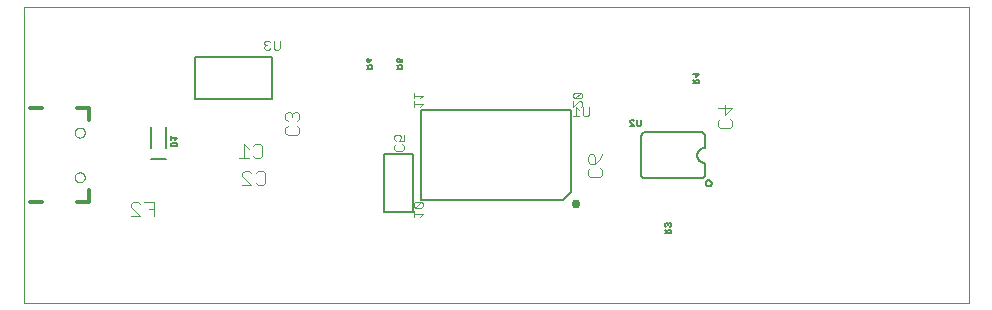
<source format=gbo>
G75*
%MOIN*%
%OFA0B0*%
%FSLAX25Y25*%
%IPPOS*%
%LPD*%
%AMOC8*
5,1,8,0,0,1.08239X$1,22.5*
%
%ADD10C,0.00000*%
%ADD11C,0.00500*%
%ADD12C,0.00800*%
%ADD13C,0.00400*%
%ADD14C,0.00600*%
%ADD15C,0.03000*%
%ADD16C,0.00300*%
%ADD17C,0.01200*%
D10*
X0011346Y0001000D02*
X0011346Y0099425D01*
X0326307Y0099425D01*
X0326307Y0001000D01*
X0011346Y0001000D01*
X0028335Y0042732D02*
X0028337Y0042813D01*
X0028343Y0042895D01*
X0028353Y0042976D01*
X0028367Y0043056D01*
X0028384Y0043135D01*
X0028406Y0043214D01*
X0028431Y0043291D01*
X0028460Y0043368D01*
X0028493Y0043442D01*
X0028530Y0043515D01*
X0028569Y0043586D01*
X0028613Y0043655D01*
X0028659Y0043722D01*
X0028709Y0043786D01*
X0028762Y0043848D01*
X0028818Y0043908D01*
X0028876Y0043964D01*
X0028938Y0044018D01*
X0029002Y0044069D01*
X0029068Y0044116D01*
X0029136Y0044160D01*
X0029207Y0044201D01*
X0029279Y0044238D01*
X0029354Y0044272D01*
X0029429Y0044302D01*
X0029507Y0044328D01*
X0029585Y0044351D01*
X0029664Y0044369D01*
X0029744Y0044384D01*
X0029825Y0044395D01*
X0029906Y0044402D01*
X0029988Y0044405D01*
X0030069Y0044404D01*
X0030150Y0044399D01*
X0030231Y0044390D01*
X0030312Y0044377D01*
X0030392Y0044360D01*
X0030470Y0044340D01*
X0030548Y0044315D01*
X0030625Y0044287D01*
X0030700Y0044255D01*
X0030773Y0044220D01*
X0030844Y0044181D01*
X0030914Y0044138D01*
X0030981Y0044093D01*
X0031047Y0044044D01*
X0031109Y0043992D01*
X0031169Y0043936D01*
X0031226Y0043878D01*
X0031281Y0043818D01*
X0031332Y0043754D01*
X0031380Y0043689D01*
X0031425Y0043621D01*
X0031467Y0043551D01*
X0031505Y0043479D01*
X0031540Y0043405D01*
X0031571Y0043330D01*
X0031598Y0043253D01*
X0031621Y0043175D01*
X0031641Y0043096D01*
X0031657Y0043016D01*
X0031669Y0042935D01*
X0031677Y0042854D01*
X0031681Y0042773D01*
X0031681Y0042691D01*
X0031677Y0042610D01*
X0031669Y0042529D01*
X0031657Y0042448D01*
X0031641Y0042368D01*
X0031621Y0042289D01*
X0031598Y0042211D01*
X0031571Y0042134D01*
X0031540Y0042059D01*
X0031505Y0041985D01*
X0031467Y0041913D01*
X0031425Y0041843D01*
X0031380Y0041775D01*
X0031332Y0041710D01*
X0031281Y0041646D01*
X0031226Y0041586D01*
X0031169Y0041528D01*
X0031109Y0041472D01*
X0031047Y0041420D01*
X0030981Y0041371D01*
X0030914Y0041326D01*
X0030845Y0041283D01*
X0030773Y0041244D01*
X0030700Y0041209D01*
X0030625Y0041177D01*
X0030548Y0041149D01*
X0030470Y0041124D01*
X0030392Y0041104D01*
X0030312Y0041087D01*
X0030231Y0041074D01*
X0030150Y0041065D01*
X0030069Y0041060D01*
X0029988Y0041059D01*
X0029906Y0041062D01*
X0029825Y0041069D01*
X0029744Y0041080D01*
X0029664Y0041095D01*
X0029585Y0041113D01*
X0029507Y0041136D01*
X0029429Y0041162D01*
X0029354Y0041192D01*
X0029279Y0041226D01*
X0029207Y0041263D01*
X0029136Y0041304D01*
X0029068Y0041348D01*
X0029002Y0041395D01*
X0028938Y0041446D01*
X0028876Y0041500D01*
X0028818Y0041556D01*
X0028762Y0041616D01*
X0028709Y0041678D01*
X0028659Y0041742D01*
X0028613Y0041809D01*
X0028569Y0041878D01*
X0028530Y0041949D01*
X0028493Y0042022D01*
X0028460Y0042096D01*
X0028431Y0042173D01*
X0028406Y0042250D01*
X0028384Y0042329D01*
X0028367Y0042408D01*
X0028353Y0042488D01*
X0028343Y0042569D01*
X0028337Y0042651D01*
X0028335Y0042732D01*
X0028335Y0057693D02*
X0028337Y0057774D01*
X0028343Y0057856D01*
X0028353Y0057937D01*
X0028367Y0058017D01*
X0028384Y0058096D01*
X0028406Y0058175D01*
X0028431Y0058252D01*
X0028460Y0058329D01*
X0028493Y0058403D01*
X0028530Y0058476D01*
X0028569Y0058547D01*
X0028613Y0058616D01*
X0028659Y0058683D01*
X0028709Y0058747D01*
X0028762Y0058809D01*
X0028818Y0058869D01*
X0028876Y0058925D01*
X0028938Y0058979D01*
X0029002Y0059030D01*
X0029068Y0059077D01*
X0029136Y0059121D01*
X0029207Y0059162D01*
X0029279Y0059199D01*
X0029354Y0059233D01*
X0029429Y0059263D01*
X0029507Y0059289D01*
X0029585Y0059312D01*
X0029664Y0059330D01*
X0029744Y0059345D01*
X0029825Y0059356D01*
X0029906Y0059363D01*
X0029988Y0059366D01*
X0030069Y0059365D01*
X0030150Y0059360D01*
X0030231Y0059351D01*
X0030312Y0059338D01*
X0030392Y0059321D01*
X0030470Y0059301D01*
X0030548Y0059276D01*
X0030625Y0059248D01*
X0030700Y0059216D01*
X0030773Y0059181D01*
X0030844Y0059142D01*
X0030914Y0059099D01*
X0030981Y0059054D01*
X0031047Y0059005D01*
X0031109Y0058953D01*
X0031169Y0058897D01*
X0031226Y0058839D01*
X0031281Y0058779D01*
X0031332Y0058715D01*
X0031380Y0058650D01*
X0031425Y0058582D01*
X0031467Y0058512D01*
X0031505Y0058440D01*
X0031540Y0058366D01*
X0031571Y0058291D01*
X0031598Y0058214D01*
X0031621Y0058136D01*
X0031641Y0058057D01*
X0031657Y0057977D01*
X0031669Y0057896D01*
X0031677Y0057815D01*
X0031681Y0057734D01*
X0031681Y0057652D01*
X0031677Y0057571D01*
X0031669Y0057490D01*
X0031657Y0057409D01*
X0031641Y0057329D01*
X0031621Y0057250D01*
X0031598Y0057172D01*
X0031571Y0057095D01*
X0031540Y0057020D01*
X0031505Y0056946D01*
X0031467Y0056874D01*
X0031425Y0056804D01*
X0031380Y0056736D01*
X0031332Y0056671D01*
X0031281Y0056607D01*
X0031226Y0056547D01*
X0031169Y0056489D01*
X0031109Y0056433D01*
X0031047Y0056381D01*
X0030981Y0056332D01*
X0030914Y0056287D01*
X0030845Y0056244D01*
X0030773Y0056205D01*
X0030700Y0056170D01*
X0030625Y0056138D01*
X0030548Y0056110D01*
X0030470Y0056085D01*
X0030392Y0056065D01*
X0030312Y0056048D01*
X0030231Y0056035D01*
X0030150Y0056026D01*
X0030069Y0056021D01*
X0029988Y0056020D01*
X0029906Y0056023D01*
X0029825Y0056030D01*
X0029744Y0056041D01*
X0029664Y0056056D01*
X0029585Y0056074D01*
X0029507Y0056097D01*
X0029429Y0056123D01*
X0029354Y0056153D01*
X0029279Y0056187D01*
X0029207Y0056224D01*
X0029136Y0056265D01*
X0029068Y0056309D01*
X0029002Y0056356D01*
X0028938Y0056407D01*
X0028876Y0056461D01*
X0028818Y0056517D01*
X0028762Y0056577D01*
X0028709Y0056639D01*
X0028659Y0056703D01*
X0028613Y0056770D01*
X0028569Y0056839D01*
X0028530Y0056910D01*
X0028493Y0056983D01*
X0028460Y0057057D01*
X0028431Y0057134D01*
X0028406Y0057211D01*
X0028384Y0057290D01*
X0028367Y0057369D01*
X0028353Y0057449D01*
X0028343Y0057530D01*
X0028337Y0057612D01*
X0028335Y0057693D01*
D11*
X0060581Y0056533D02*
X0060581Y0055266D01*
X0060581Y0055900D02*
X0062482Y0055900D01*
X0061848Y0055266D01*
X0062165Y0054324D02*
X0062482Y0054007D01*
X0062482Y0053056D01*
X0060581Y0053056D01*
X0060581Y0054007D01*
X0060898Y0054324D01*
X0062165Y0054324D01*
X0131546Y0050700D02*
X0141146Y0050700D01*
X0141146Y0031300D01*
X0131546Y0031300D01*
X0131546Y0050700D01*
X0213569Y0060010D02*
X0214837Y0060010D01*
X0213569Y0061278D01*
X0213569Y0061595D01*
X0213886Y0061911D01*
X0214520Y0061911D01*
X0214837Y0061595D01*
X0215779Y0061911D02*
X0215779Y0060327D01*
X0216096Y0060010D01*
X0216730Y0060010D01*
X0217046Y0060327D01*
X0217046Y0061911D01*
X0234596Y0074040D02*
X0236498Y0074040D01*
X0236498Y0074991D01*
X0236181Y0075308D01*
X0235547Y0075308D01*
X0235230Y0074991D01*
X0235230Y0074040D01*
X0235230Y0074674D02*
X0234596Y0075308D01*
X0235547Y0076250D02*
X0235547Y0077518D01*
X0234596Y0077201D02*
X0236498Y0077201D01*
X0235547Y0076250D01*
X0137561Y0078883D02*
X0137561Y0079833D01*
X0137244Y0080150D01*
X0136610Y0080150D01*
X0136293Y0079833D01*
X0136293Y0078883D01*
X0136293Y0079517D02*
X0135659Y0080150D01*
X0135976Y0081093D02*
X0135659Y0081409D01*
X0135659Y0082043D01*
X0135976Y0082360D01*
X0136610Y0082360D01*
X0136927Y0082043D01*
X0136927Y0081726D01*
X0136610Y0081093D01*
X0137561Y0081093D01*
X0137561Y0082360D01*
X0137561Y0078883D02*
X0135659Y0078883D01*
X0127561Y0078883D02*
X0127561Y0079833D01*
X0127244Y0080150D01*
X0126610Y0080150D01*
X0126293Y0079833D01*
X0126293Y0078883D01*
X0126293Y0079517D02*
X0125659Y0080150D01*
X0125976Y0081093D02*
X0125659Y0081409D01*
X0125659Y0082043D01*
X0125976Y0082360D01*
X0126293Y0082360D01*
X0126610Y0082043D01*
X0126610Y0081093D01*
X0125976Y0081093D01*
X0126610Y0081093D02*
X0127244Y0081726D01*
X0127561Y0082360D01*
X0127561Y0078883D02*
X0125659Y0078883D01*
X0225212Y0027201D02*
X0225212Y0026567D01*
X0225529Y0026250D01*
X0226163Y0026884D02*
X0226163Y0027201D01*
X0225846Y0027518D01*
X0225529Y0027518D01*
X0225212Y0027201D01*
X0226163Y0027201D02*
X0226480Y0027518D01*
X0226797Y0027518D01*
X0227114Y0027201D01*
X0227114Y0026567D01*
X0226797Y0026250D01*
X0226797Y0025308D02*
X0226163Y0025308D01*
X0225846Y0024991D01*
X0225846Y0024040D01*
X0225212Y0024040D02*
X0227114Y0024040D01*
X0227114Y0024991D01*
X0226797Y0025308D01*
X0225846Y0024674D02*
X0225212Y0025308D01*
D12*
X0238757Y0040838D02*
X0238759Y0040901D01*
X0238765Y0040963D01*
X0238775Y0041025D01*
X0238788Y0041087D01*
X0238806Y0041147D01*
X0238827Y0041206D01*
X0238852Y0041264D01*
X0238881Y0041320D01*
X0238913Y0041374D01*
X0238948Y0041426D01*
X0238986Y0041475D01*
X0239028Y0041523D01*
X0239072Y0041567D01*
X0239120Y0041609D01*
X0239169Y0041647D01*
X0239221Y0041682D01*
X0239275Y0041714D01*
X0239331Y0041743D01*
X0239389Y0041768D01*
X0239448Y0041789D01*
X0239508Y0041807D01*
X0239570Y0041820D01*
X0239632Y0041830D01*
X0239694Y0041836D01*
X0239757Y0041838D01*
X0239820Y0041836D01*
X0239882Y0041830D01*
X0239944Y0041820D01*
X0240006Y0041807D01*
X0240066Y0041789D01*
X0240125Y0041768D01*
X0240183Y0041743D01*
X0240239Y0041714D01*
X0240293Y0041682D01*
X0240345Y0041647D01*
X0240394Y0041609D01*
X0240442Y0041567D01*
X0240486Y0041523D01*
X0240528Y0041475D01*
X0240566Y0041426D01*
X0240601Y0041374D01*
X0240633Y0041320D01*
X0240662Y0041264D01*
X0240687Y0041206D01*
X0240708Y0041147D01*
X0240726Y0041087D01*
X0240739Y0041025D01*
X0240749Y0040963D01*
X0240755Y0040901D01*
X0240757Y0040838D01*
X0240755Y0040775D01*
X0240749Y0040713D01*
X0240739Y0040651D01*
X0240726Y0040589D01*
X0240708Y0040529D01*
X0240687Y0040470D01*
X0240662Y0040412D01*
X0240633Y0040356D01*
X0240601Y0040302D01*
X0240566Y0040250D01*
X0240528Y0040201D01*
X0240486Y0040153D01*
X0240442Y0040109D01*
X0240394Y0040067D01*
X0240345Y0040029D01*
X0240293Y0039994D01*
X0240239Y0039962D01*
X0240183Y0039933D01*
X0240125Y0039908D01*
X0240066Y0039887D01*
X0240006Y0039869D01*
X0239944Y0039856D01*
X0239882Y0039846D01*
X0239820Y0039840D01*
X0239757Y0039838D01*
X0239694Y0039840D01*
X0239632Y0039846D01*
X0239570Y0039856D01*
X0239508Y0039869D01*
X0239448Y0039887D01*
X0239389Y0039908D01*
X0239331Y0039933D01*
X0239275Y0039962D01*
X0239221Y0039994D01*
X0239169Y0040029D01*
X0239120Y0040067D01*
X0239072Y0040109D01*
X0239028Y0040153D01*
X0238986Y0040201D01*
X0238948Y0040250D01*
X0238913Y0040302D01*
X0238881Y0040356D01*
X0238852Y0040412D01*
X0238827Y0040470D01*
X0238806Y0040529D01*
X0238788Y0040589D01*
X0238775Y0040651D01*
X0238765Y0040713D01*
X0238759Y0040775D01*
X0238757Y0040838D01*
X0237082Y0042550D02*
X0218288Y0042550D01*
X0218218Y0042562D01*
X0218148Y0042579D01*
X0218080Y0042599D01*
X0218013Y0042623D01*
X0217947Y0042650D01*
X0217882Y0042681D01*
X0217820Y0042715D01*
X0217759Y0042753D01*
X0217701Y0042794D01*
X0217644Y0042838D01*
X0217591Y0042885D01*
X0217540Y0042935D01*
X0217491Y0042987D01*
X0217446Y0043042D01*
X0217403Y0043100D01*
X0217364Y0043159D01*
X0217328Y0043221D01*
X0217296Y0043285D01*
X0217267Y0043350D01*
X0217241Y0043416D01*
X0217220Y0043484D01*
X0217201Y0043554D01*
X0217187Y0043623D01*
X0217177Y0043694D01*
X0217170Y0043765D01*
X0217167Y0043836D01*
X0217168Y0043908D01*
X0217173Y0043979D01*
X0217182Y0044050D01*
X0217182Y0056375D01*
X0217181Y0056376D02*
X0217183Y0056452D01*
X0217189Y0056527D01*
X0217198Y0056603D01*
X0217212Y0056678D01*
X0217229Y0056752D01*
X0217250Y0056825D01*
X0217274Y0056897D01*
X0217302Y0056967D01*
X0217334Y0057036D01*
X0217369Y0057104D01*
X0217408Y0057169D01*
X0217450Y0057233D01*
X0217495Y0057294D01*
X0217543Y0057353D01*
X0217594Y0057409D01*
X0217648Y0057463D01*
X0217704Y0057514D01*
X0217763Y0057562D01*
X0217824Y0057607D01*
X0217888Y0057649D01*
X0217953Y0057688D01*
X0218021Y0057723D01*
X0218090Y0057755D01*
X0218160Y0057783D01*
X0218232Y0057807D01*
X0218305Y0057828D01*
X0218379Y0057845D01*
X0218454Y0057859D01*
X0218530Y0057868D01*
X0218605Y0057874D01*
X0218681Y0057876D01*
X0218682Y0057875D02*
X0237082Y0057875D01*
X0237081Y0057876D02*
X0237162Y0057864D01*
X0237242Y0057849D01*
X0237321Y0057830D01*
X0237399Y0057808D01*
X0237476Y0057781D01*
X0237552Y0057752D01*
X0237626Y0057718D01*
X0237698Y0057681D01*
X0237769Y0057641D01*
X0237837Y0057597D01*
X0237904Y0057550D01*
X0237968Y0057500D01*
X0238029Y0057447D01*
X0238088Y0057391D01*
X0238145Y0057332D01*
X0238198Y0057271D01*
X0238249Y0057207D01*
X0238296Y0057141D01*
X0238340Y0057073D01*
X0238381Y0057003D01*
X0238419Y0056931D01*
X0238453Y0056857D01*
X0238483Y0056781D01*
X0238510Y0056705D01*
X0238533Y0056627D01*
X0238553Y0056548D01*
X0238568Y0056468D01*
X0238580Y0056387D01*
X0238588Y0056307D01*
X0238592Y0056225D01*
X0238593Y0056144D01*
X0238589Y0056063D01*
X0238582Y0055982D01*
X0238582Y0055931D02*
X0238582Y0052613D01*
X0238382Y0052613D02*
X0238284Y0052611D01*
X0238186Y0052605D01*
X0238088Y0052596D01*
X0237991Y0052582D01*
X0237894Y0052565D01*
X0237798Y0052544D01*
X0237703Y0052519D01*
X0237609Y0052491D01*
X0237517Y0052458D01*
X0237425Y0052423D01*
X0237335Y0052383D01*
X0237247Y0052341D01*
X0237160Y0052294D01*
X0237076Y0052245D01*
X0236993Y0052192D01*
X0236913Y0052136D01*
X0236834Y0052076D01*
X0236758Y0052014D01*
X0236685Y0051949D01*
X0236614Y0051881D01*
X0236546Y0051810D01*
X0236481Y0051737D01*
X0236419Y0051661D01*
X0236359Y0051582D01*
X0236303Y0051502D01*
X0236250Y0051419D01*
X0236201Y0051335D01*
X0236154Y0051248D01*
X0236112Y0051160D01*
X0236072Y0051070D01*
X0236037Y0050978D01*
X0236004Y0050886D01*
X0235976Y0050792D01*
X0235951Y0050697D01*
X0235930Y0050601D01*
X0235913Y0050504D01*
X0235899Y0050407D01*
X0235890Y0050309D01*
X0235884Y0050211D01*
X0235882Y0050113D01*
X0235884Y0050015D01*
X0235890Y0049917D01*
X0235899Y0049819D01*
X0235913Y0049722D01*
X0235930Y0049625D01*
X0235951Y0049529D01*
X0235976Y0049434D01*
X0236004Y0049340D01*
X0236037Y0049248D01*
X0236072Y0049156D01*
X0236112Y0049066D01*
X0236154Y0048978D01*
X0236201Y0048891D01*
X0236250Y0048807D01*
X0236303Y0048724D01*
X0236359Y0048644D01*
X0236419Y0048565D01*
X0236481Y0048489D01*
X0236546Y0048416D01*
X0236614Y0048345D01*
X0236685Y0048277D01*
X0236758Y0048212D01*
X0236834Y0048150D01*
X0236913Y0048090D01*
X0236993Y0048034D01*
X0237076Y0047981D01*
X0237160Y0047932D01*
X0237247Y0047885D01*
X0237335Y0047843D01*
X0237425Y0047803D01*
X0237517Y0047768D01*
X0237609Y0047735D01*
X0237703Y0047707D01*
X0237798Y0047682D01*
X0237894Y0047661D01*
X0237991Y0047644D01*
X0238088Y0047630D01*
X0238186Y0047621D01*
X0238284Y0047615D01*
X0238382Y0047613D01*
X0238582Y0047613D02*
X0238582Y0043656D01*
X0238581Y0043656D02*
X0238569Y0043586D01*
X0238552Y0043516D01*
X0238532Y0043448D01*
X0238509Y0043380D01*
X0238481Y0043314D01*
X0238450Y0043250D01*
X0238416Y0043188D01*
X0238378Y0043127D01*
X0238338Y0043068D01*
X0238294Y0043012D01*
X0238247Y0042959D01*
X0238197Y0042907D01*
X0238144Y0042859D01*
X0238089Y0042814D01*
X0238032Y0042771D01*
X0237972Y0042732D01*
X0237910Y0042696D01*
X0237847Y0042664D01*
X0237782Y0042635D01*
X0237715Y0042609D01*
X0237647Y0042587D01*
X0237578Y0042569D01*
X0237508Y0042555D01*
X0237437Y0042545D01*
X0237366Y0042538D01*
X0237295Y0042535D01*
X0237224Y0042536D01*
X0237152Y0042541D01*
X0237082Y0042550D01*
X0094248Y0069000D02*
X0094248Y0083000D01*
X0068445Y0083000D01*
X0068445Y0069000D01*
X0094248Y0069000D01*
X0058807Y0059543D02*
X0058807Y0052457D01*
X0053886Y0052457D02*
X0053886Y0059543D01*
X0053886Y0049031D02*
X0058807Y0049031D01*
D13*
X0083237Y0049231D02*
X0086306Y0049231D01*
X0084772Y0049231D02*
X0084772Y0053835D01*
X0086306Y0052301D01*
X0087841Y0053068D02*
X0088608Y0053835D01*
X0090143Y0053835D01*
X0090910Y0053068D01*
X0090910Y0049999D01*
X0090143Y0049231D01*
X0088608Y0049231D01*
X0087841Y0049999D01*
X0086523Y0044820D02*
X0084989Y0044820D01*
X0084221Y0044052D01*
X0084221Y0043285D01*
X0087291Y0040216D01*
X0084221Y0040216D01*
X0088825Y0040983D02*
X0089593Y0040216D01*
X0091127Y0040216D01*
X0091894Y0040983D01*
X0091894Y0044052D01*
X0091127Y0044820D01*
X0089593Y0044820D01*
X0088825Y0044052D01*
X0087291Y0044052D02*
X0086523Y0044820D01*
X0054678Y0034556D02*
X0051609Y0034556D01*
X0050074Y0033789D02*
X0049307Y0034556D01*
X0047772Y0034556D01*
X0047005Y0033789D01*
X0047005Y0033021D01*
X0050074Y0029952D01*
X0047005Y0029952D01*
X0054678Y0029952D02*
X0054678Y0034556D01*
X0054678Y0032254D02*
X0053143Y0032254D01*
X0098633Y0057602D02*
X0099400Y0056835D01*
X0102470Y0056835D01*
X0103237Y0057602D01*
X0103237Y0059137D01*
X0102470Y0059904D01*
X0099400Y0059904D02*
X0098633Y0059137D01*
X0098633Y0057602D01*
X0099400Y0061439D02*
X0098633Y0062206D01*
X0098633Y0063741D01*
X0099400Y0064508D01*
X0100168Y0064508D01*
X0100935Y0063741D01*
X0100935Y0062973D01*
X0100935Y0063741D02*
X0101702Y0064508D01*
X0102470Y0064508D01*
X0103237Y0063741D01*
X0103237Y0062206D01*
X0102470Y0061439D01*
X0134920Y0056418D02*
X0134920Y0055384D01*
X0135438Y0054867D01*
X0136472Y0054867D02*
X0136989Y0055901D01*
X0136989Y0056418D01*
X0136472Y0056935D01*
X0135438Y0056935D01*
X0134920Y0056418D01*
X0138023Y0056935D02*
X0138023Y0054867D01*
X0136472Y0054867D01*
X0137506Y0053713D02*
X0138023Y0053196D01*
X0138023Y0052161D01*
X0137506Y0051644D01*
X0135438Y0051644D01*
X0134920Y0052161D01*
X0134920Y0053196D01*
X0135438Y0053713D01*
X0194458Y0063149D02*
X0196526Y0063149D01*
X0195492Y0063149D02*
X0195492Y0066251D01*
X0196526Y0065217D01*
X0197680Y0066251D02*
X0197680Y0063666D01*
X0198198Y0063149D01*
X0199232Y0063149D01*
X0199749Y0063666D01*
X0199749Y0066251D01*
X0242846Y0065980D02*
X0247450Y0065980D01*
X0245148Y0063678D01*
X0245148Y0066747D01*
X0246682Y0062143D02*
X0247450Y0061376D01*
X0247450Y0059841D01*
X0246682Y0059074D01*
X0243613Y0059074D01*
X0242846Y0059841D01*
X0242846Y0061376D01*
X0243613Y0062143D01*
X0204103Y0050413D02*
X0203336Y0048879D01*
X0201801Y0047344D01*
X0201801Y0049646D01*
X0201034Y0050413D01*
X0200267Y0050413D01*
X0199499Y0049646D01*
X0199499Y0048111D01*
X0200267Y0047344D01*
X0201801Y0047344D01*
X0200267Y0045809D02*
X0199499Y0045042D01*
X0199499Y0043507D01*
X0200267Y0042740D01*
X0203336Y0042740D01*
X0204103Y0043507D01*
X0204103Y0045042D01*
X0203336Y0045809D01*
X0096816Y0085733D02*
X0096299Y0085216D01*
X0095264Y0085216D01*
X0094747Y0085733D01*
X0094747Y0088318D01*
X0093593Y0087801D02*
X0093076Y0088318D01*
X0092042Y0088318D01*
X0091525Y0087801D01*
X0091525Y0087284D01*
X0092042Y0086767D01*
X0091525Y0086250D01*
X0091525Y0085733D01*
X0092042Y0085216D01*
X0093076Y0085216D01*
X0093593Y0085733D01*
X0092559Y0086767D02*
X0092042Y0086767D01*
X0096816Y0085733D02*
X0096816Y0088318D01*
D14*
X0143827Y0065272D02*
X0193827Y0065272D01*
X0193827Y0037713D01*
X0191268Y0035154D01*
X0143827Y0035154D01*
X0143827Y0065272D01*
D15*
X0195343Y0033776D03*
D16*
X0144320Y0034091D02*
X0144320Y0033124D01*
X0143836Y0032640D01*
X0141901Y0032640D01*
X0143836Y0034575D01*
X0141901Y0034575D01*
X0141418Y0034091D01*
X0141418Y0033124D01*
X0141901Y0032640D01*
X0141418Y0031628D02*
X0141418Y0029693D01*
X0141418Y0030661D02*
X0144320Y0030661D01*
X0143353Y0029693D01*
X0144320Y0034091D02*
X0143836Y0034575D01*
X0143353Y0066111D02*
X0144320Y0067078D01*
X0141418Y0067078D01*
X0141418Y0066111D02*
X0141418Y0068046D01*
X0141418Y0069057D02*
X0141418Y0070992D01*
X0141418Y0070025D02*
X0144320Y0070025D01*
X0143353Y0069057D01*
X0194567Y0069541D02*
X0195051Y0069057D01*
X0196986Y0070992D01*
X0195051Y0070992D01*
X0194567Y0070508D01*
X0194567Y0069541D01*
X0195051Y0069057D02*
X0196986Y0069057D01*
X0197470Y0069541D01*
X0197470Y0070508D01*
X0196986Y0070992D01*
X0196986Y0068046D02*
X0197470Y0067562D01*
X0197470Y0066594D01*
X0196986Y0066111D01*
X0196502Y0068046D02*
X0194567Y0066111D01*
X0194567Y0068046D01*
X0196502Y0068046D02*
X0196986Y0068046D01*
D17*
X0033157Y0065961D02*
X0033157Y0062024D01*
X0033157Y0065961D02*
X0029220Y0065961D01*
X0017409Y0065961D02*
X0013472Y0065961D01*
X0033157Y0038402D02*
X0033157Y0034465D01*
X0033086Y0034493D02*
X0029220Y0034493D01*
X0029220Y0034465D01*
X0017409Y0034465D02*
X0013472Y0034465D01*
M02*

</source>
